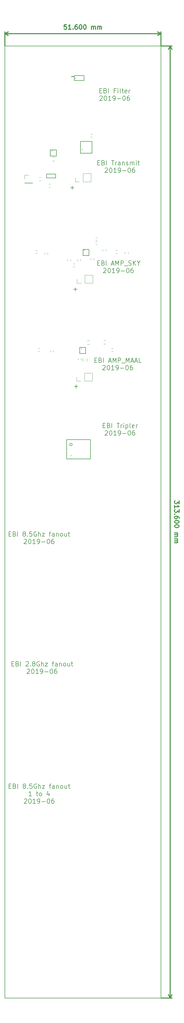
<source format=gto>
G04 #@! TF.GenerationSoftware,KiCad,Pcbnew,(5.0.1)-4*
G04 #@! TF.CreationDate,2019-06-26T10:02:50-07:00*
G04 #@! TF.ProjectId,Mixed_circuit,4D697865645F636972637569742E6B69,rev?*
G04 #@! TF.SameCoordinates,Original*
G04 #@! TF.FileFunction,Legend,Top*
G04 #@! TF.FilePolarity,Positive*
%FSLAX46Y46*%
G04 Gerber Fmt 4.6, Leading zero omitted, Abs format (unit mm)*
G04 Created by KiCad (PCBNEW (5.0.1)-4) date 6/26/2019 10:02:50 AM*
%MOMM*%
%LPD*%
G01*
G04 APERTURE LIST*
%ADD10C,0.300000*%
%ADD11C,0.200000*%
%ADD12C,0.150000*%
%ADD13C,0.120000*%
%ADD14C,0.050000*%
G04 APERTURE END LIST*
D10*
X74271428Y-171500000D02*
X74271428Y-172428571D01*
X73700000Y-171928571D01*
X73700000Y-172142857D01*
X73628571Y-172285714D01*
X73557142Y-172357142D01*
X73414285Y-172428571D01*
X73057142Y-172428571D01*
X72914285Y-172357142D01*
X72842857Y-172285714D01*
X72771428Y-172142857D01*
X72771428Y-171714285D01*
X72842857Y-171571428D01*
X72914285Y-171500000D01*
X72771428Y-173857142D02*
X72771428Y-173000000D01*
X72771428Y-173428571D02*
X74271428Y-173428571D01*
X74057142Y-173285714D01*
X73914285Y-173142857D01*
X73842857Y-173000000D01*
X74271428Y-174357142D02*
X74271428Y-175285714D01*
X73700000Y-174785714D01*
X73700000Y-175000000D01*
X73628571Y-175142857D01*
X73557142Y-175214285D01*
X73414285Y-175285714D01*
X73057142Y-175285714D01*
X72914285Y-175214285D01*
X72842857Y-175142857D01*
X72771428Y-175000000D01*
X72771428Y-174571428D01*
X72842857Y-174428571D01*
X72914285Y-174357142D01*
X72914285Y-175928571D02*
X72842857Y-176000000D01*
X72771428Y-175928571D01*
X72842857Y-175857142D01*
X72914285Y-175928571D01*
X72771428Y-175928571D01*
X74271428Y-177285714D02*
X74271428Y-177000000D01*
X74200000Y-176857142D01*
X74128571Y-176785714D01*
X73914285Y-176642857D01*
X73628571Y-176571428D01*
X73057142Y-176571428D01*
X72914285Y-176642857D01*
X72842857Y-176714285D01*
X72771428Y-176857142D01*
X72771428Y-177142857D01*
X72842857Y-177285714D01*
X72914285Y-177357142D01*
X73057142Y-177428571D01*
X73414285Y-177428571D01*
X73557142Y-177357142D01*
X73628571Y-177285714D01*
X73700000Y-177142857D01*
X73700000Y-176857142D01*
X73628571Y-176714285D01*
X73557142Y-176642857D01*
X73414285Y-176571428D01*
X74271428Y-178357142D02*
X74271428Y-178500000D01*
X74200000Y-178642857D01*
X74128571Y-178714285D01*
X73985714Y-178785714D01*
X73700000Y-178857142D01*
X73342857Y-178857142D01*
X73057142Y-178785714D01*
X72914285Y-178714285D01*
X72842857Y-178642857D01*
X72771428Y-178500000D01*
X72771428Y-178357142D01*
X72842857Y-178214285D01*
X72914285Y-178142857D01*
X73057142Y-178071428D01*
X73342857Y-178000000D01*
X73700000Y-178000000D01*
X73985714Y-178071428D01*
X74128571Y-178142857D01*
X74200000Y-178214285D01*
X74271428Y-178357142D01*
X74271428Y-179785714D02*
X74271428Y-179928571D01*
X74200000Y-180071428D01*
X74128571Y-180142857D01*
X73985714Y-180214285D01*
X73700000Y-180285714D01*
X73342857Y-180285714D01*
X73057142Y-180214285D01*
X72914285Y-180142857D01*
X72842857Y-180071428D01*
X72771428Y-179928571D01*
X72771428Y-179785714D01*
X72842857Y-179642857D01*
X72914285Y-179571428D01*
X73057142Y-179500000D01*
X73342857Y-179428571D01*
X73700000Y-179428571D01*
X73985714Y-179500000D01*
X74128571Y-179571428D01*
X74200000Y-179642857D01*
X74271428Y-179785714D01*
X72771428Y-182071428D02*
X73771428Y-182071428D01*
X73628571Y-182071428D02*
X73700000Y-182142857D01*
X73771428Y-182285714D01*
X73771428Y-182500000D01*
X73700000Y-182642857D01*
X73557142Y-182714285D01*
X72771428Y-182714285D01*
X73557142Y-182714285D02*
X73700000Y-182785714D01*
X73771428Y-182928571D01*
X73771428Y-183142857D01*
X73700000Y-183285714D01*
X73557142Y-183357142D01*
X72771428Y-183357142D01*
X72771428Y-184071428D02*
X73771428Y-184071428D01*
X73628571Y-184071428D02*
X73700000Y-184142857D01*
X73771428Y-184285714D01*
X73771428Y-184500000D01*
X73700000Y-184642857D01*
X73557142Y-184714285D01*
X72771428Y-184714285D01*
X73557142Y-184714285D02*
X73700000Y-184785714D01*
X73771428Y-184928571D01*
X73771428Y-185142857D01*
X73700000Y-185285714D01*
X73557142Y-185357142D01*
X72771428Y-185357142D01*
X71350000Y-21700000D02*
X71350000Y-335300000D01*
X68350000Y-21700000D02*
X71936421Y-21700000D01*
X68350000Y-335300000D02*
X71936421Y-335300000D01*
X71350000Y-335300000D02*
X70763579Y-334173496D01*
X71350000Y-335300000D02*
X71936421Y-334173496D01*
X71350000Y-21700000D02*
X70763579Y-22826504D01*
X71350000Y-21700000D02*
X71936421Y-22826504D01*
X37071428Y-14728571D02*
X36357142Y-14728571D01*
X36285714Y-15442857D01*
X36357142Y-15371428D01*
X36500000Y-15300000D01*
X36857142Y-15300000D01*
X37000000Y-15371428D01*
X37071428Y-15442857D01*
X37142857Y-15585714D01*
X37142857Y-15942857D01*
X37071428Y-16085714D01*
X37000000Y-16157142D01*
X36857142Y-16228571D01*
X36500000Y-16228571D01*
X36357142Y-16157142D01*
X36285714Y-16085714D01*
X38571428Y-16228571D02*
X37714285Y-16228571D01*
X38142857Y-16228571D02*
X38142857Y-14728571D01*
X38000000Y-14942857D01*
X37857142Y-15085714D01*
X37714285Y-15157142D01*
X39214285Y-16085714D02*
X39285714Y-16157142D01*
X39214285Y-16228571D01*
X39142857Y-16157142D01*
X39214285Y-16085714D01*
X39214285Y-16228571D01*
X40571428Y-14728571D02*
X40285714Y-14728571D01*
X40142857Y-14800000D01*
X40071428Y-14871428D01*
X39928571Y-15085714D01*
X39857142Y-15371428D01*
X39857142Y-15942857D01*
X39928571Y-16085714D01*
X40000000Y-16157142D01*
X40142857Y-16228571D01*
X40428571Y-16228571D01*
X40571428Y-16157142D01*
X40642857Y-16085714D01*
X40714285Y-15942857D01*
X40714285Y-15585714D01*
X40642857Y-15442857D01*
X40571428Y-15371428D01*
X40428571Y-15300000D01*
X40142857Y-15300000D01*
X40000000Y-15371428D01*
X39928571Y-15442857D01*
X39857142Y-15585714D01*
X41642857Y-14728571D02*
X41785714Y-14728571D01*
X41928571Y-14800000D01*
X42000000Y-14871428D01*
X42071428Y-15014285D01*
X42142857Y-15300000D01*
X42142857Y-15657142D01*
X42071428Y-15942857D01*
X42000000Y-16085714D01*
X41928571Y-16157142D01*
X41785714Y-16228571D01*
X41642857Y-16228571D01*
X41500000Y-16157142D01*
X41428571Y-16085714D01*
X41357142Y-15942857D01*
X41285714Y-15657142D01*
X41285714Y-15300000D01*
X41357142Y-15014285D01*
X41428571Y-14871428D01*
X41500000Y-14800000D01*
X41642857Y-14728571D01*
X43071428Y-14728571D02*
X43214285Y-14728571D01*
X43357142Y-14800000D01*
X43428571Y-14871428D01*
X43500000Y-15014285D01*
X43571428Y-15300000D01*
X43571428Y-15657142D01*
X43500000Y-15942857D01*
X43428571Y-16085714D01*
X43357142Y-16157142D01*
X43214285Y-16228571D01*
X43071428Y-16228571D01*
X42928571Y-16157142D01*
X42857142Y-16085714D01*
X42785714Y-15942857D01*
X42714285Y-15657142D01*
X42714285Y-15300000D01*
X42785714Y-15014285D01*
X42857142Y-14871428D01*
X42928571Y-14800000D01*
X43071428Y-14728571D01*
X45357142Y-16228571D02*
X45357142Y-15228571D01*
X45357142Y-15371428D02*
X45428571Y-15300000D01*
X45571428Y-15228571D01*
X45785714Y-15228571D01*
X45928571Y-15300000D01*
X46000000Y-15442857D01*
X46000000Y-16228571D01*
X46000000Y-15442857D02*
X46071428Y-15300000D01*
X46214285Y-15228571D01*
X46428571Y-15228571D01*
X46571428Y-15300000D01*
X46642857Y-15442857D01*
X46642857Y-16228571D01*
X47357142Y-16228571D02*
X47357142Y-15228571D01*
X47357142Y-15371428D02*
X47428571Y-15300000D01*
X47571428Y-15228571D01*
X47785714Y-15228571D01*
X47928571Y-15300000D01*
X48000000Y-15442857D01*
X48000000Y-16228571D01*
X48000000Y-15442857D02*
X48071428Y-15300000D01*
X48214285Y-15228571D01*
X48428571Y-15228571D01*
X48571428Y-15300000D01*
X48642857Y-15442857D01*
X48642857Y-16228571D01*
X16700000Y-17650000D02*
X68300000Y-17650000D01*
X16700000Y-21650000D02*
X16700000Y-17063579D01*
X68300000Y-21650000D02*
X68300000Y-17063579D01*
X68300000Y-17650000D02*
X67173496Y-18236421D01*
X68300000Y-17650000D02*
X67173496Y-17063579D01*
X16700000Y-17650000D02*
X17826504Y-18236421D01*
X16700000Y-17650000D02*
X17826504Y-17063579D01*
D11*
X39678571Y-133857142D02*
X40821428Y-133857142D01*
X40250000Y-134428571D02*
X40250000Y-133285714D01*
X39428571Y-101857142D02*
X40571428Y-101857142D01*
X40000000Y-102428571D02*
X40000000Y-101285714D01*
X38428571Y-68357142D02*
X39571428Y-68357142D01*
X39000000Y-68928571D02*
X39000000Y-67785714D01*
X46428571Y-125167857D02*
X46928571Y-125167857D01*
X47142857Y-125953571D02*
X46428571Y-125953571D01*
X46428571Y-124453571D01*
X47142857Y-124453571D01*
X48285714Y-125167857D02*
X48499999Y-125239285D01*
X48571428Y-125310714D01*
X48642857Y-125453571D01*
X48642857Y-125667857D01*
X48571428Y-125810714D01*
X48499999Y-125882142D01*
X48357142Y-125953571D01*
X47785714Y-125953571D01*
X47785714Y-124453571D01*
X48285714Y-124453571D01*
X48428571Y-124525000D01*
X48499999Y-124596428D01*
X48571428Y-124739285D01*
X48571428Y-124882142D01*
X48499999Y-125025000D01*
X48428571Y-125096428D01*
X48285714Y-125167857D01*
X47785714Y-125167857D01*
X49285714Y-125953571D02*
X49285714Y-124453571D01*
X51071428Y-125525000D02*
X51785714Y-125525000D01*
X50928571Y-125953571D02*
X51428571Y-124453571D01*
X51928571Y-125953571D01*
X52428571Y-125953571D02*
X52428571Y-124453571D01*
X52928571Y-125525000D01*
X53428571Y-124453571D01*
X53428571Y-125953571D01*
X54142857Y-125953571D02*
X54142857Y-124453571D01*
X54714285Y-124453571D01*
X54857142Y-124525000D01*
X54928571Y-124596428D01*
X54999999Y-124739285D01*
X54999999Y-124953571D01*
X54928571Y-125096428D01*
X54857142Y-125167857D01*
X54714285Y-125239285D01*
X54142857Y-125239285D01*
X55285714Y-126096428D02*
X56428571Y-126096428D01*
X56785714Y-125953571D02*
X56785714Y-124453571D01*
X57285714Y-125525000D01*
X57785714Y-124453571D01*
X57785714Y-125953571D01*
X58428571Y-125525000D02*
X59142857Y-125525000D01*
X58285714Y-125953571D02*
X58785714Y-124453571D01*
X59285714Y-125953571D01*
X59714285Y-125525000D02*
X60428571Y-125525000D01*
X59571428Y-125953571D02*
X60071428Y-124453571D01*
X60571428Y-125953571D01*
X61785714Y-125953571D02*
X61071428Y-125953571D01*
X61071428Y-124453571D01*
X49071428Y-127046428D02*
X49142857Y-126975000D01*
X49285714Y-126903571D01*
X49642857Y-126903571D01*
X49785714Y-126975000D01*
X49857142Y-127046428D01*
X49928571Y-127189285D01*
X49928571Y-127332142D01*
X49857142Y-127546428D01*
X49000000Y-128403571D01*
X49928571Y-128403571D01*
X50857142Y-126903571D02*
X51000000Y-126903571D01*
X51142857Y-126975000D01*
X51214285Y-127046428D01*
X51285714Y-127189285D01*
X51357142Y-127475000D01*
X51357142Y-127832142D01*
X51285714Y-128117857D01*
X51214285Y-128260714D01*
X51142857Y-128332142D01*
X51000000Y-128403571D01*
X50857142Y-128403571D01*
X50714285Y-128332142D01*
X50642857Y-128260714D01*
X50571428Y-128117857D01*
X50500000Y-127832142D01*
X50500000Y-127475000D01*
X50571428Y-127189285D01*
X50642857Y-127046428D01*
X50714285Y-126975000D01*
X50857142Y-126903571D01*
X52785714Y-128403571D02*
X51928571Y-128403571D01*
X52357142Y-128403571D02*
X52357142Y-126903571D01*
X52214285Y-127117857D01*
X52071428Y-127260714D01*
X51928571Y-127332142D01*
X53500000Y-128403571D02*
X53785714Y-128403571D01*
X53928571Y-128332142D01*
X54000000Y-128260714D01*
X54142857Y-128046428D01*
X54214285Y-127760714D01*
X54214285Y-127189285D01*
X54142857Y-127046428D01*
X54071428Y-126975000D01*
X53928571Y-126903571D01*
X53642857Y-126903571D01*
X53500000Y-126975000D01*
X53428571Y-127046428D01*
X53357142Y-127189285D01*
X53357142Y-127546428D01*
X53428571Y-127689285D01*
X53500000Y-127760714D01*
X53642857Y-127832142D01*
X53928571Y-127832142D01*
X54071428Y-127760714D01*
X54142857Y-127689285D01*
X54214285Y-127546428D01*
X54857142Y-127832142D02*
X56000000Y-127832142D01*
X57000000Y-126903571D02*
X57142857Y-126903571D01*
X57285714Y-126975000D01*
X57357142Y-127046428D01*
X57428571Y-127189285D01*
X57500000Y-127475000D01*
X57500000Y-127832142D01*
X57428571Y-128117857D01*
X57357142Y-128260714D01*
X57285714Y-128332142D01*
X57142857Y-128403571D01*
X57000000Y-128403571D01*
X56857142Y-128332142D01*
X56785714Y-128260714D01*
X56714285Y-128117857D01*
X56642857Y-127832142D01*
X56642857Y-127475000D01*
X56714285Y-127189285D01*
X56785714Y-127046428D01*
X56857142Y-126975000D01*
X57000000Y-126903571D01*
X58785714Y-126903571D02*
X58500000Y-126903571D01*
X58357142Y-126975000D01*
X58285714Y-127046428D01*
X58142857Y-127260714D01*
X58071428Y-127546428D01*
X58071428Y-128117857D01*
X58142857Y-128260714D01*
X58214285Y-128332142D01*
X58357142Y-128403571D01*
X58642857Y-128403571D01*
X58785714Y-128332142D01*
X58857142Y-128260714D01*
X58928571Y-128117857D01*
X58928571Y-127760714D01*
X58857142Y-127617857D01*
X58785714Y-127546428D01*
X58642857Y-127475000D01*
X58357142Y-127475000D01*
X58214285Y-127546428D01*
X58142857Y-127617857D01*
X58071428Y-127760714D01*
X68300000Y-21700000D02*
X16700000Y-21700000D01*
X68300000Y-335300000D02*
X68300000Y-21700000D01*
X16700000Y-335300000D02*
X68300000Y-335300000D01*
X16700000Y-21700000D02*
X16700000Y-335300000D01*
X18085714Y-265442857D02*
X18585714Y-265442857D01*
X18799999Y-266228571D02*
X18085714Y-266228571D01*
X18085714Y-264728571D01*
X18799999Y-264728571D01*
X19942857Y-265442857D02*
X20157142Y-265514285D01*
X20228571Y-265585714D01*
X20299999Y-265728571D01*
X20299999Y-265942857D01*
X20228571Y-266085714D01*
X20157142Y-266157142D01*
X20014285Y-266228571D01*
X19442857Y-266228571D01*
X19442857Y-264728571D01*
X19942857Y-264728571D01*
X20085714Y-264800000D01*
X20157142Y-264871428D01*
X20228571Y-265014285D01*
X20228571Y-265157142D01*
X20157142Y-265300000D01*
X20085714Y-265371428D01*
X19942857Y-265442857D01*
X19442857Y-265442857D01*
X20942857Y-266228571D02*
X20942857Y-264728571D01*
X23014285Y-265371428D02*
X22871428Y-265300000D01*
X22799999Y-265228571D01*
X22728571Y-265085714D01*
X22728571Y-265014285D01*
X22799999Y-264871428D01*
X22871428Y-264800000D01*
X23014285Y-264728571D01*
X23299999Y-264728571D01*
X23442857Y-264800000D01*
X23514285Y-264871428D01*
X23585714Y-265014285D01*
X23585714Y-265085714D01*
X23514285Y-265228571D01*
X23442857Y-265300000D01*
X23299999Y-265371428D01*
X23014285Y-265371428D01*
X22871428Y-265442857D01*
X22799999Y-265514285D01*
X22728571Y-265657142D01*
X22728571Y-265942857D01*
X22799999Y-266085714D01*
X22871428Y-266157142D01*
X23014285Y-266228571D01*
X23299999Y-266228571D01*
X23442857Y-266157142D01*
X23514285Y-266085714D01*
X23585714Y-265942857D01*
X23585714Y-265657142D01*
X23514285Y-265514285D01*
X23442857Y-265442857D01*
X23299999Y-265371428D01*
X24228571Y-266085714D02*
X24299999Y-266157142D01*
X24228571Y-266228571D01*
X24157142Y-266157142D01*
X24228571Y-266085714D01*
X24228571Y-266228571D01*
X25657142Y-264728571D02*
X24942857Y-264728571D01*
X24871428Y-265442857D01*
X24942857Y-265371428D01*
X25085714Y-265300000D01*
X25442857Y-265300000D01*
X25585714Y-265371428D01*
X25657142Y-265442857D01*
X25728571Y-265585714D01*
X25728571Y-265942857D01*
X25657142Y-266085714D01*
X25585714Y-266157142D01*
X25442857Y-266228571D01*
X25085714Y-266228571D01*
X24942857Y-266157142D01*
X24871428Y-266085714D01*
X27157142Y-264800000D02*
X27014285Y-264728571D01*
X26799999Y-264728571D01*
X26585714Y-264800000D01*
X26442857Y-264942857D01*
X26371428Y-265085714D01*
X26299999Y-265371428D01*
X26299999Y-265585714D01*
X26371428Y-265871428D01*
X26442857Y-266014285D01*
X26585714Y-266157142D01*
X26799999Y-266228571D01*
X26942857Y-266228571D01*
X27157142Y-266157142D01*
X27228571Y-266085714D01*
X27228571Y-265585714D01*
X26942857Y-265585714D01*
X27871428Y-266228571D02*
X27871428Y-264728571D01*
X28514285Y-266228571D02*
X28514285Y-265442857D01*
X28442857Y-265300000D01*
X28299999Y-265228571D01*
X28085714Y-265228571D01*
X27942857Y-265300000D01*
X27871428Y-265371428D01*
X29085714Y-265228571D02*
X29871428Y-265228571D01*
X29085714Y-266228571D01*
X29871428Y-266228571D01*
X31371428Y-265228571D02*
X31942857Y-265228571D01*
X31585714Y-266228571D02*
X31585714Y-264942857D01*
X31657142Y-264800000D01*
X31799999Y-264728571D01*
X31942857Y-264728571D01*
X33085714Y-266228571D02*
X33085714Y-265442857D01*
X33014285Y-265300000D01*
X32871428Y-265228571D01*
X32585714Y-265228571D01*
X32442857Y-265300000D01*
X33085714Y-266157142D02*
X32942857Y-266228571D01*
X32585714Y-266228571D01*
X32442857Y-266157142D01*
X32371428Y-266014285D01*
X32371428Y-265871428D01*
X32442857Y-265728571D01*
X32585714Y-265657142D01*
X32942857Y-265657142D01*
X33085714Y-265585714D01*
X33799999Y-265228571D02*
X33799999Y-266228571D01*
X33799999Y-265371428D02*
X33871428Y-265300000D01*
X34014285Y-265228571D01*
X34228571Y-265228571D01*
X34371428Y-265300000D01*
X34442857Y-265442857D01*
X34442857Y-266228571D01*
X35371428Y-266228571D02*
X35228571Y-266157142D01*
X35157142Y-266085714D01*
X35085714Y-265942857D01*
X35085714Y-265514285D01*
X35157142Y-265371428D01*
X35228571Y-265300000D01*
X35371428Y-265228571D01*
X35585714Y-265228571D01*
X35728571Y-265300000D01*
X35799999Y-265371428D01*
X35871428Y-265514285D01*
X35871428Y-265942857D01*
X35799999Y-266085714D01*
X35728571Y-266157142D01*
X35585714Y-266228571D01*
X35371428Y-266228571D01*
X37157142Y-265228571D02*
X37157142Y-266228571D01*
X36514285Y-265228571D02*
X36514285Y-266014285D01*
X36585714Y-266157142D01*
X36728571Y-266228571D01*
X36942857Y-266228571D01*
X37085714Y-266157142D01*
X37157142Y-266085714D01*
X37657142Y-265228571D02*
X38228571Y-265228571D01*
X37871428Y-264728571D02*
X37871428Y-266014285D01*
X37942857Y-266157142D01*
X38085714Y-266228571D01*
X38228571Y-266228571D01*
X25514285Y-268678571D02*
X24657142Y-268678571D01*
X25085714Y-268678571D02*
X25085714Y-267178571D01*
X24942857Y-267392857D01*
X24800000Y-267535714D01*
X24657142Y-267607142D01*
X27085714Y-267678571D02*
X27657142Y-267678571D01*
X27300000Y-267178571D02*
X27300000Y-268464285D01*
X27371428Y-268607142D01*
X27514285Y-268678571D01*
X27657142Y-268678571D01*
X28371428Y-268678571D02*
X28228571Y-268607142D01*
X28157142Y-268535714D01*
X28085714Y-268392857D01*
X28085714Y-267964285D01*
X28157142Y-267821428D01*
X28228571Y-267750000D01*
X28371428Y-267678571D01*
X28585714Y-267678571D01*
X28728571Y-267750000D01*
X28800000Y-267821428D01*
X28871428Y-267964285D01*
X28871428Y-268392857D01*
X28800000Y-268535714D01*
X28728571Y-268607142D01*
X28585714Y-268678571D01*
X28371428Y-268678571D01*
X31300000Y-267678571D02*
X31300000Y-268678571D01*
X30942857Y-267107142D02*
X30585714Y-268178571D01*
X31514285Y-268178571D01*
X23121428Y-269771428D02*
X23192857Y-269700000D01*
X23335714Y-269628571D01*
X23692857Y-269628571D01*
X23835714Y-269700000D01*
X23907142Y-269771428D01*
X23978571Y-269914285D01*
X23978571Y-270057142D01*
X23907142Y-270271428D01*
X23049999Y-271128571D01*
X23978571Y-271128571D01*
X24907142Y-269628571D02*
X25049999Y-269628571D01*
X25192857Y-269700000D01*
X25264285Y-269771428D01*
X25335714Y-269914285D01*
X25407142Y-270200000D01*
X25407142Y-270557142D01*
X25335714Y-270842857D01*
X25264285Y-270985714D01*
X25192857Y-271057142D01*
X25049999Y-271128571D01*
X24907142Y-271128571D01*
X24764285Y-271057142D01*
X24692857Y-270985714D01*
X24621428Y-270842857D01*
X24549999Y-270557142D01*
X24549999Y-270200000D01*
X24621428Y-269914285D01*
X24692857Y-269771428D01*
X24764285Y-269700000D01*
X24907142Y-269628571D01*
X26835714Y-271128571D02*
X25978571Y-271128571D01*
X26407142Y-271128571D02*
X26407142Y-269628571D01*
X26264285Y-269842857D01*
X26121428Y-269985714D01*
X25978571Y-270057142D01*
X27549999Y-271128571D02*
X27835714Y-271128571D01*
X27978571Y-271057142D01*
X28050000Y-270985714D01*
X28192857Y-270771428D01*
X28264285Y-270485714D01*
X28264285Y-269914285D01*
X28192857Y-269771428D01*
X28121428Y-269700000D01*
X27978571Y-269628571D01*
X27692857Y-269628571D01*
X27549999Y-269700000D01*
X27478571Y-269771428D01*
X27407142Y-269914285D01*
X27407142Y-270271428D01*
X27478571Y-270414285D01*
X27549999Y-270485714D01*
X27692857Y-270557142D01*
X27978571Y-270557142D01*
X28121428Y-270485714D01*
X28192857Y-270414285D01*
X28264285Y-270271428D01*
X28907142Y-270557142D02*
X30049999Y-270557142D01*
X31049999Y-269628571D02*
X31192857Y-269628571D01*
X31335714Y-269700000D01*
X31407142Y-269771428D01*
X31478571Y-269914285D01*
X31549999Y-270200000D01*
X31549999Y-270557142D01*
X31478571Y-270842857D01*
X31407142Y-270985714D01*
X31335714Y-271057142D01*
X31192857Y-271128571D01*
X31049999Y-271128571D01*
X30907142Y-271057142D01*
X30835714Y-270985714D01*
X30764285Y-270842857D01*
X30692857Y-270557142D01*
X30692857Y-270200000D01*
X30764285Y-269914285D01*
X30835714Y-269771428D01*
X30907142Y-269700000D01*
X31049999Y-269628571D01*
X32835714Y-269628571D02*
X32550000Y-269628571D01*
X32407142Y-269700000D01*
X32335714Y-269771428D01*
X32192857Y-269985714D01*
X32121428Y-270271428D01*
X32121428Y-270842857D01*
X32192857Y-270985714D01*
X32264285Y-271057142D01*
X32407142Y-271128571D01*
X32692857Y-271128571D01*
X32835714Y-271057142D01*
X32907142Y-270985714D01*
X32978571Y-270842857D01*
X32978571Y-270485714D01*
X32907142Y-270342857D01*
X32835714Y-270271428D01*
X32692857Y-270200000D01*
X32407142Y-270200000D01*
X32264285Y-270271428D01*
X32192857Y-270342857D01*
X32121428Y-270485714D01*
X19035714Y-225167857D02*
X19535714Y-225167857D01*
X19749999Y-225953571D02*
X19035714Y-225953571D01*
X19035714Y-224453571D01*
X19749999Y-224453571D01*
X20892857Y-225167857D02*
X21107142Y-225239285D01*
X21178571Y-225310714D01*
X21249999Y-225453571D01*
X21249999Y-225667857D01*
X21178571Y-225810714D01*
X21107142Y-225882142D01*
X20964285Y-225953571D01*
X20392857Y-225953571D01*
X20392857Y-224453571D01*
X20892857Y-224453571D01*
X21035714Y-224525000D01*
X21107142Y-224596428D01*
X21178571Y-224739285D01*
X21178571Y-224882142D01*
X21107142Y-225025000D01*
X21035714Y-225096428D01*
X20892857Y-225167857D01*
X20392857Y-225167857D01*
X21892857Y-225953571D02*
X21892857Y-224453571D01*
X23678571Y-224596428D02*
X23749999Y-224525000D01*
X23892857Y-224453571D01*
X24249999Y-224453571D01*
X24392857Y-224525000D01*
X24464285Y-224596428D01*
X24535714Y-224739285D01*
X24535714Y-224882142D01*
X24464285Y-225096428D01*
X23607142Y-225953571D01*
X24535714Y-225953571D01*
X25178571Y-225810714D02*
X25249999Y-225882142D01*
X25178571Y-225953571D01*
X25107142Y-225882142D01*
X25178571Y-225810714D01*
X25178571Y-225953571D01*
X26107142Y-225096428D02*
X25964285Y-225025000D01*
X25892857Y-224953571D01*
X25821428Y-224810714D01*
X25821428Y-224739285D01*
X25892857Y-224596428D01*
X25964285Y-224525000D01*
X26107142Y-224453571D01*
X26392857Y-224453571D01*
X26535714Y-224525000D01*
X26607142Y-224596428D01*
X26678571Y-224739285D01*
X26678571Y-224810714D01*
X26607142Y-224953571D01*
X26535714Y-225025000D01*
X26392857Y-225096428D01*
X26107142Y-225096428D01*
X25964285Y-225167857D01*
X25892857Y-225239285D01*
X25821428Y-225382142D01*
X25821428Y-225667857D01*
X25892857Y-225810714D01*
X25964285Y-225882142D01*
X26107142Y-225953571D01*
X26392857Y-225953571D01*
X26535714Y-225882142D01*
X26607142Y-225810714D01*
X26678571Y-225667857D01*
X26678571Y-225382142D01*
X26607142Y-225239285D01*
X26535714Y-225167857D01*
X26392857Y-225096428D01*
X28107142Y-224525000D02*
X27964285Y-224453571D01*
X27749999Y-224453571D01*
X27535714Y-224525000D01*
X27392857Y-224667857D01*
X27321428Y-224810714D01*
X27249999Y-225096428D01*
X27249999Y-225310714D01*
X27321428Y-225596428D01*
X27392857Y-225739285D01*
X27535714Y-225882142D01*
X27749999Y-225953571D01*
X27892857Y-225953571D01*
X28107142Y-225882142D01*
X28178571Y-225810714D01*
X28178571Y-225310714D01*
X27892857Y-225310714D01*
X28821428Y-225953571D02*
X28821428Y-224453571D01*
X29464285Y-225953571D02*
X29464285Y-225167857D01*
X29392857Y-225025000D01*
X29249999Y-224953571D01*
X29035714Y-224953571D01*
X28892857Y-225025000D01*
X28821428Y-225096428D01*
X30035714Y-224953571D02*
X30821428Y-224953571D01*
X30035714Y-225953571D01*
X30821428Y-225953571D01*
X32321428Y-224953571D02*
X32892857Y-224953571D01*
X32535714Y-225953571D02*
X32535714Y-224667857D01*
X32607142Y-224525000D01*
X32749999Y-224453571D01*
X32892857Y-224453571D01*
X34035714Y-225953571D02*
X34035714Y-225167857D01*
X33964285Y-225025000D01*
X33821428Y-224953571D01*
X33535714Y-224953571D01*
X33392857Y-225025000D01*
X34035714Y-225882142D02*
X33892857Y-225953571D01*
X33535714Y-225953571D01*
X33392857Y-225882142D01*
X33321428Y-225739285D01*
X33321428Y-225596428D01*
X33392857Y-225453571D01*
X33535714Y-225382142D01*
X33892857Y-225382142D01*
X34035714Y-225310714D01*
X34749999Y-224953571D02*
X34749999Y-225953571D01*
X34749999Y-225096428D02*
X34821428Y-225025000D01*
X34964285Y-224953571D01*
X35178571Y-224953571D01*
X35321428Y-225025000D01*
X35392857Y-225167857D01*
X35392857Y-225953571D01*
X36321428Y-225953571D02*
X36178571Y-225882142D01*
X36107142Y-225810714D01*
X36035714Y-225667857D01*
X36035714Y-225239285D01*
X36107142Y-225096428D01*
X36178571Y-225025000D01*
X36321428Y-224953571D01*
X36535714Y-224953571D01*
X36678571Y-225025000D01*
X36749999Y-225096428D01*
X36821428Y-225239285D01*
X36821428Y-225667857D01*
X36749999Y-225810714D01*
X36678571Y-225882142D01*
X36535714Y-225953571D01*
X36321428Y-225953571D01*
X38107142Y-224953571D02*
X38107142Y-225953571D01*
X37464285Y-224953571D02*
X37464285Y-225739285D01*
X37535714Y-225882142D01*
X37678571Y-225953571D01*
X37892857Y-225953571D01*
X38035714Y-225882142D01*
X38107142Y-225810714D01*
X38607142Y-224953571D02*
X39178571Y-224953571D01*
X38821428Y-224453571D02*
X38821428Y-225739285D01*
X38892857Y-225882142D01*
X39035714Y-225953571D01*
X39178571Y-225953571D01*
X24071428Y-227046428D02*
X24142857Y-226975000D01*
X24285714Y-226903571D01*
X24642857Y-226903571D01*
X24785714Y-226975000D01*
X24857142Y-227046428D01*
X24928571Y-227189285D01*
X24928571Y-227332142D01*
X24857142Y-227546428D01*
X23999999Y-228403571D01*
X24928571Y-228403571D01*
X25857142Y-226903571D02*
X25999999Y-226903571D01*
X26142857Y-226975000D01*
X26214285Y-227046428D01*
X26285714Y-227189285D01*
X26357142Y-227475000D01*
X26357142Y-227832142D01*
X26285714Y-228117857D01*
X26214285Y-228260714D01*
X26142857Y-228332142D01*
X25999999Y-228403571D01*
X25857142Y-228403571D01*
X25714285Y-228332142D01*
X25642857Y-228260714D01*
X25571428Y-228117857D01*
X25499999Y-227832142D01*
X25499999Y-227475000D01*
X25571428Y-227189285D01*
X25642857Y-227046428D01*
X25714285Y-226975000D01*
X25857142Y-226903571D01*
X27785714Y-228403571D02*
X26928571Y-228403571D01*
X27357142Y-228403571D02*
X27357142Y-226903571D01*
X27214285Y-227117857D01*
X27071428Y-227260714D01*
X26928571Y-227332142D01*
X28499999Y-228403571D02*
X28785714Y-228403571D01*
X28928571Y-228332142D01*
X29000000Y-228260714D01*
X29142857Y-228046428D01*
X29214285Y-227760714D01*
X29214285Y-227189285D01*
X29142857Y-227046428D01*
X29071428Y-226975000D01*
X28928571Y-226903571D01*
X28642857Y-226903571D01*
X28499999Y-226975000D01*
X28428571Y-227046428D01*
X28357142Y-227189285D01*
X28357142Y-227546428D01*
X28428571Y-227689285D01*
X28499999Y-227760714D01*
X28642857Y-227832142D01*
X28928571Y-227832142D01*
X29071428Y-227760714D01*
X29142857Y-227689285D01*
X29214285Y-227546428D01*
X29857142Y-227832142D02*
X30999999Y-227832142D01*
X31999999Y-226903571D02*
X32142857Y-226903571D01*
X32285714Y-226975000D01*
X32357142Y-227046428D01*
X32428571Y-227189285D01*
X32499999Y-227475000D01*
X32499999Y-227832142D01*
X32428571Y-228117857D01*
X32357142Y-228260714D01*
X32285714Y-228332142D01*
X32142857Y-228403571D01*
X31999999Y-228403571D01*
X31857142Y-228332142D01*
X31785714Y-228260714D01*
X31714285Y-228117857D01*
X31642857Y-227832142D01*
X31642857Y-227475000D01*
X31714285Y-227189285D01*
X31785714Y-227046428D01*
X31857142Y-226975000D01*
X31999999Y-226903571D01*
X33785714Y-226903571D02*
X33500000Y-226903571D01*
X33357142Y-226975000D01*
X33285714Y-227046428D01*
X33142857Y-227260714D01*
X33071428Y-227546428D01*
X33071428Y-228117857D01*
X33142857Y-228260714D01*
X33214285Y-228332142D01*
X33357142Y-228403571D01*
X33642857Y-228403571D01*
X33785714Y-228332142D01*
X33857142Y-228260714D01*
X33928571Y-228117857D01*
X33928571Y-227760714D01*
X33857142Y-227617857D01*
X33785714Y-227546428D01*
X33642857Y-227475000D01*
X33357142Y-227475000D01*
X33214285Y-227546428D01*
X33142857Y-227617857D01*
X33071428Y-227760714D01*
X18035714Y-182417857D02*
X18535714Y-182417857D01*
X18749999Y-183203571D02*
X18035714Y-183203571D01*
X18035714Y-181703571D01*
X18749999Y-181703571D01*
X19892857Y-182417857D02*
X20107142Y-182489285D01*
X20178571Y-182560714D01*
X20249999Y-182703571D01*
X20249999Y-182917857D01*
X20178571Y-183060714D01*
X20107142Y-183132142D01*
X19964285Y-183203571D01*
X19392857Y-183203571D01*
X19392857Y-181703571D01*
X19892857Y-181703571D01*
X20035714Y-181775000D01*
X20107142Y-181846428D01*
X20178571Y-181989285D01*
X20178571Y-182132142D01*
X20107142Y-182275000D01*
X20035714Y-182346428D01*
X19892857Y-182417857D01*
X19392857Y-182417857D01*
X20892857Y-183203571D02*
X20892857Y-181703571D01*
X22964285Y-182346428D02*
X22821428Y-182275000D01*
X22749999Y-182203571D01*
X22678571Y-182060714D01*
X22678571Y-181989285D01*
X22749999Y-181846428D01*
X22821428Y-181775000D01*
X22964285Y-181703571D01*
X23249999Y-181703571D01*
X23392857Y-181775000D01*
X23464285Y-181846428D01*
X23535714Y-181989285D01*
X23535714Y-182060714D01*
X23464285Y-182203571D01*
X23392857Y-182275000D01*
X23249999Y-182346428D01*
X22964285Y-182346428D01*
X22821428Y-182417857D01*
X22749999Y-182489285D01*
X22678571Y-182632142D01*
X22678571Y-182917857D01*
X22749999Y-183060714D01*
X22821428Y-183132142D01*
X22964285Y-183203571D01*
X23249999Y-183203571D01*
X23392857Y-183132142D01*
X23464285Y-183060714D01*
X23535714Y-182917857D01*
X23535714Y-182632142D01*
X23464285Y-182489285D01*
X23392857Y-182417857D01*
X23249999Y-182346428D01*
X24178571Y-183060714D02*
X24249999Y-183132142D01*
X24178571Y-183203571D01*
X24107142Y-183132142D01*
X24178571Y-183060714D01*
X24178571Y-183203571D01*
X25607142Y-181703571D02*
X24892857Y-181703571D01*
X24821428Y-182417857D01*
X24892857Y-182346428D01*
X25035714Y-182275000D01*
X25392857Y-182275000D01*
X25535714Y-182346428D01*
X25607142Y-182417857D01*
X25678571Y-182560714D01*
X25678571Y-182917857D01*
X25607142Y-183060714D01*
X25535714Y-183132142D01*
X25392857Y-183203571D01*
X25035714Y-183203571D01*
X24892857Y-183132142D01*
X24821428Y-183060714D01*
X27107142Y-181775000D02*
X26964285Y-181703571D01*
X26749999Y-181703571D01*
X26535714Y-181775000D01*
X26392857Y-181917857D01*
X26321428Y-182060714D01*
X26249999Y-182346428D01*
X26249999Y-182560714D01*
X26321428Y-182846428D01*
X26392857Y-182989285D01*
X26535714Y-183132142D01*
X26749999Y-183203571D01*
X26892857Y-183203571D01*
X27107142Y-183132142D01*
X27178571Y-183060714D01*
X27178571Y-182560714D01*
X26892857Y-182560714D01*
X27821428Y-183203571D02*
X27821428Y-181703571D01*
X28464285Y-183203571D02*
X28464285Y-182417857D01*
X28392857Y-182275000D01*
X28249999Y-182203571D01*
X28035714Y-182203571D01*
X27892857Y-182275000D01*
X27821428Y-182346428D01*
X29035714Y-182203571D02*
X29821428Y-182203571D01*
X29035714Y-183203571D01*
X29821428Y-183203571D01*
X31321428Y-182203571D02*
X31892857Y-182203571D01*
X31535714Y-183203571D02*
X31535714Y-181917857D01*
X31607142Y-181775000D01*
X31749999Y-181703571D01*
X31892857Y-181703571D01*
X33035714Y-183203571D02*
X33035714Y-182417857D01*
X32964285Y-182275000D01*
X32821428Y-182203571D01*
X32535714Y-182203571D01*
X32392857Y-182275000D01*
X33035714Y-183132142D02*
X32892857Y-183203571D01*
X32535714Y-183203571D01*
X32392857Y-183132142D01*
X32321428Y-182989285D01*
X32321428Y-182846428D01*
X32392857Y-182703571D01*
X32535714Y-182632142D01*
X32892857Y-182632142D01*
X33035714Y-182560714D01*
X33749999Y-182203571D02*
X33749999Y-183203571D01*
X33749999Y-182346428D02*
X33821428Y-182275000D01*
X33964285Y-182203571D01*
X34178571Y-182203571D01*
X34321428Y-182275000D01*
X34392857Y-182417857D01*
X34392857Y-183203571D01*
X35321428Y-183203571D02*
X35178571Y-183132142D01*
X35107142Y-183060714D01*
X35035714Y-182917857D01*
X35035714Y-182489285D01*
X35107142Y-182346428D01*
X35178571Y-182275000D01*
X35321428Y-182203571D01*
X35535714Y-182203571D01*
X35678571Y-182275000D01*
X35749999Y-182346428D01*
X35821428Y-182489285D01*
X35821428Y-182917857D01*
X35749999Y-183060714D01*
X35678571Y-183132142D01*
X35535714Y-183203571D01*
X35321428Y-183203571D01*
X37107142Y-182203571D02*
X37107142Y-183203571D01*
X36464285Y-182203571D02*
X36464285Y-182989285D01*
X36535714Y-183132142D01*
X36678571Y-183203571D01*
X36892857Y-183203571D01*
X37035714Y-183132142D01*
X37107142Y-183060714D01*
X37607142Y-182203571D02*
X38178571Y-182203571D01*
X37821428Y-181703571D02*
X37821428Y-182989285D01*
X37892857Y-183132142D01*
X38035714Y-183203571D01*
X38178571Y-183203571D01*
X23071428Y-184296428D02*
X23142857Y-184225000D01*
X23285714Y-184153571D01*
X23642857Y-184153571D01*
X23785714Y-184225000D01*
X23857142Y-184296428D01*
X23928571Y-184439285D01*
X23928571Y-184582142D01*
X23857142Y-184796428D01*
X22999999Y-185653571D01*
X23928571Y-185653571D01*
X24857142Y-184153571D02*
X24999999Y-184153571D01*
X25142857Y-184225000D01*
X25214285Y-184296428D01*
X25285714Y-184439285D01*
X25357142Y-184725000D01*
X25357142Y-185082142D01*
X25285714Y-185367857D01*
X25214285Y-185510714D01*
X25142857Y-185582142D01*
X24999999Y-185653571D01*
X24857142Y-185653571D01*
X24714285Y-185582142D01*
X24642857Y-185510714D01*
X24571428Y-185367857D01*
X24499999Y-185082142D01*
X24499999Y-184725000D01*
X24571428Y-184439285D01*
X24642857Y-184296428D01*
X24714285Y-184225000D01*
X24857142Y-184153571D01*
X26785714Y-185653571D02*
X25928571Y-185653571D01*
X26357142Y-185653571D02*
X26357142Y-184153571D01*
X26214285Y-184367857D01*
X26071428Y-184510714D01*
X25928571Y-184582142D01*
X27499999Y-185653571D02*
X27785714Y-185653571D01*
X27928571Y-185582142D01*
X28000000Y-185510714D01*
X28142857Y-185296428D01*
X28214285Y-185010714D01*
X28214285Y-184439285D01*
X28142857Y-184296428D01*
X28071428Y-184225000D01*
X27928571Y-184153571D01*
X27642857Y-184153571D01*
X27499999Y-184225000D01*
X27428571Y-184296428D01*
X27357142Y-184439285D01*
X27357142Y-184796428D01*
X27428571Y-184939285D01*
X27499999Y-185010714D01*
X27642857Y-185082142D01*
X27928571Y-185082142D01*
X28071428Y-185010714D01*
X28142857Y-184939285D01*
X28214285Y-184796428D01*
X28857142Y-185082142D02*
X29999999Y-185082142D01*
X30999999Y-184153571D02*
X31142857Y-184153571D01*
X31285714Y-184225000D01*
X31357142Y-184296428D01*
X31428571Y-184439285D01*
X31499999Y-184725000D01*
X31499999Y-185082142D01*
X31428571Y-185367857D01*
X31357142Y-185510714D01*
X31285714Y-185582142D01*
X31142857Y-185653571D01*
X30999999Y-185653571D01*
X30857142Y-185582142D01*
X30785714Y-185510714D01*
X30714285Y-185367857D01*
X30642857Y-185082142D01*
X30642857Y-184725000D01*
X30714285Y-184439285D01*
X30785714Y-184296428D01*
X30857142Y-184225000D01*
X30999999Y-184153571D01*
X32785714Y-184153571D02*
X32500000Y-184153571D01*
X32357142Y-184225000D01*
X32285714Y-184296428D01*
X32142857Y-184510714D01*
X32071428Y-184796428D01*
X32071428Y-185367857D01*
X32142857Y-185510714D01*
X32214285Y-185582142D01*
X32357142Y-185653571D01*
X32642857Y-185653571D01*
X32785714Y-185582142D01*
X32857142Y-185510714D01*
X32928571Y-185367857D01*
X32928571Y-185010714D01*
X32857142Y-184867857D01*
X32785714Y-184796428D01*
X32642857Y-184725000D01*
X32357142Y-184725000D01*
X32214285Y-184796428D01*
X32142857Y-184867857D01*
X32071428Y-185010714D01*
X48071428Y-36417857D02*
X48571428Y-36417857D01*
X48785714Y-37203571D02*
X48071428Y-37203571D01*
X48071428Y-35703571D01*
X48785714Y-35703571D01*
X49928571Y-36417857D02*
X50142857Y-36489285D01*
X50214285Y-36560714D01*
X50285714Y-36703571D01*
X50285714Y-36917857D01*
X50214285Y-37060714D01*
X50142857Y-37132142D01*
X50000000Y-37203571D01*
X49428571Y-37203571D01*
X49428571Y-35703571D01*
X49928571Y-35703571D01*
X50071428Y-35775000D01*
X50142857Y-35846428D01*
X50214285Y-35989285D01*
X50214285Y-36132142D01*
X50142857Y-36275000D01*
X50071428Y-36346428D01*
X49928571Y-36417857D01*
X49428571Y-36417857D01*
X50928571Y-37203571D02*
X50928571Y-35703571D01*
X53285714Y-36417857D02*
X52785714Y-36417857D01*
X52785714Y-37203571D02*
X52785714Y-35703571D01*
X53500000Y-35703571D01*
X54071428Y-37203571D02*
X54071428Y-36203571D01*
X54071428Y-35703571D02*
X54000000Y-35775000D01*
X54071428Y-35846428D01*
X54142857Y-35775000D01*
X54071428Y-35703571D01*
X54071428Y-35846428D01*
X55000000Y-37203571D02*
X54857142Y-37132142D01*
X54785714Y-36989285D01*
X54785714Y-35703571D01*
X55357142Y-36203571D02*
X55928571Y-36203571D01*
X55571428Y-35703571D02*
X55571428Y-36989285D01*
X55642857Y-37132142D01*
X55785714Y-37203571D01*
X55928571Y-37203571D01*
X57000000Y-37132142D02*
X56857142Y-37203571D01*
X56571428Y-37203571D01*
X56428571Y-37132142D01*
X56357142Y-36989285D01*
X56357142Y-36417857D01*
X56428571Y-36275000D01*
X56571428Y-36203571D01*
X56857142Y-36203571D01*
X57000000Y-36275000D01*
X57071428Y-36417857D01*
X57071428Y-36560714D01*
X56357142Y-36703571D01*
X57714285Y-37203571D02*
X57714285Y-36203571D01*
X57714285Y-36489285D02*
X57785714Y-36346428D01*
X57857142Y-36275000D01*
X58000000Y-36203571D01*
X58142857Y-36203571D01*
X48071428Y-38296428D02*
X48142857Y-38225000D01*
X48285714Y-38153571D01*
X48642857Y-38153571D01*
X48785714Y-38225000D01*
X48857142Y-38296428D01*
X48928571Y-38439285D01*
X48928571Y-38582142D01*
X48857142Y-38796428D01*
X48000000Y-39653571D01*
X48928571Y-39653571D01*
X49857142Y-38153571D02*
X50000000Y-38153571D01*
X50142857Y-38225000D01*
X50214285Y-38296428D01*
X50285714Y-38439285D01*
X50357142Y-38725000D01*
X50357142Y-39082142D01*
X50285714Y-39367857D01*
X50214285Y-39510714D01*
X50142857Y-39582142D01*
X50000000Y-39653571D01*
X49857142Y-39653571D01*
X49714285Y-39582142D01*
X49642857Y-39510714D01*
X49571428Y-39367857D01*
X49500000Y-39082142D01*
X49500000Y-38725000D01*
X49571428Y-38439285D01*
X49642857Y-38296428D01*
X49714285Y-38225000D01*
X49857142Y-38153571D01*
X51785714Y-39653571D02*
X50928571Y-39653571D01*
X51357142Y-39653571D02*
X51357142Y-38153571D01*
X51214285Y-38367857D01*
X51071428Y-38510714D01*
X50928571Y-38582142D01*
X52500000Y-39653571D02*
X52785714Y-39653571D01*
X52928571Y-39582142D01*
X53000000Y-39510714D01*
X53142857Y-39296428D01*
X53214285Y-39010714D01*
X53214285Y-38439285D01*
X53142857Y-38296428D01*
X53071428Y-38225000D01*
X52928571Y-38153571D01*
X52642857Y-38153571D01*
X52500000Y-38225000D01*
X52428571Y-38296428D01*
X52357142Y-38439285D01*
X52357142Y-38796428D01*
X52428571Y-38939285D01*
X52500000Y-39010714D01*
X52642857Y-39082142D01*
X52928571Y-39082142D01*
X53071428Y-39010714D01*
X53142857Y-38939285D01*
X53214285Y-38796428D01*
X53857142Y-39082142D02*
X55000000Y-39082142D01*
X56000000Y-38153571D02*
X56142857Y-38153571D01*
X56285714Y-38225000D01*
X56357142Y-38296428D01*
X56428571Y-38439285D01*
X56500000Y-38725000D01*
X56500000Y-39082142D01*
X56428571Y-39367857D01*
X56357142Y-39510714D01*
X56285714Y-39582142D01*
X56142857Y-39653571D01*
X56000000Y-39653571D01*
X55857142Y-39582142D01*
X55785714Y-39510714D01*
X55714285Y-39367857D01*
X55642857Y-39082142D01*
X55642857Y-38725000D01*
X55714285Y-38439285D01*
X55785714Y-38296428D01*
X55857142Y-38225000D01*
X56000000Y-38153571D01*
X57785714Y-38153571D02*
X57500000Y-38153571D01*
X57357142Y-38225000D01*
X57285714Y-38296428D01*
X57142857Y-38510714D01*
X57071428Y-38796428D01*
X57071428Y-39367857D01*
X57142857Y-39510714D01*
X57214285Y-39582142D01*
X57357142Y-39653571D01*
X57642857Y-39653571D01*
X57785714Y-39582142D01*
X57857142Y-39510714D01*
X57928571Y-39367857D01*
X57928571Y-39010714D01*
X57857142Y-38867857D01*
X57785714Y-38796428D01*
X57642857Y-38725000D01*
X57357142Y-38725000D01*
X57214285Y-38796428D01*
X57142857Y-38867857D01*
X57071428Y-39010714D01*
X49178571Y-146667857D02*
X49678571Y-146667857D01*
X49892857Y-147453571D02*
X49178571Y-147453571D01*
X49178571Y-145953571D01*
X49892857Y-145953571D01*
X51035714Y-146667857D02*
X51249999Y-146739285D01*
X51321428Y-146810714D01*
X51392857Y-146953571D01*
X51392857Y-147167857D01*
X51321428Y-147310714D01*
X51249999Y-147382142D01*
X51107142Y-147453571D01*
X50535714Y-147453571D01*
X50535714Y-145953571D01*
X51035714Y-145953571D01*
X51178571Y-146025000D01*
X51249999Y-146096428D01*
X51321428Y-146239285D01*
X51321428Y-146382142D01*
X51249999Y-146525000D01*
X51178571Y-146596428D01*
X51035714Y-146667857D01*
X50535714Y-146667857D01*
X52035714Y-147453571D02*
X52035714Y-145953571D01*
X53678571Y-145953571D02*
X54535714Y-145953571D01*
X54107142Y-147453571D02*
X54107142Y-145953571D01*
X55035714Y-147453571D02*
X55035714Y-146453571D01*
X55035714Y-146739285D02*
X55107142Y-146596428D01*
X55178571Y-146525000D01*
X55321428Y-146453571D01*
X55464285Y-146453571D01*
X55964285Y-147453571D02*
X55964285Y-146453571D01*
X55964285Y-145953571D02*
X55892857Y-146025000D01*
X55964285Y-146096428D01*
X56035714Y-146025000D01*
X55964285Y-145953571D01*
X55964285Y-146096428D01*
X56678571Y-146453571D02*
X56678571Y-147953571D01*
X56678571Y-146525000D02*
X56821428Y-146453571D01*
X57107142Y-146453571D01*
X57250000Y-146525000D01*
X57321428Y-146596428D01*
X57392857Y-146739285D01*
X57392857Y-147167857D01*
X57321428Y-147310714D01*
X57250000Y-147382142D01*
X57107142Y-147453571D01*
X56821428Y-147453571D01*
X56678571Y-147382142D01*
X58249999Y-147453571D02*
X58107142Y-147382142D01*
X58035714Y-147239285D01*
X58035714Y-145953571D01*
X59392857Y-147382142D02*
X59249999Y-147453571D01*
X58964285Y-147453571D01*
X58821428Y-147382142D01*
X58749999Y-147239285D01*
X58749999Y-146667857D01*
X58821428Y-146525000D01*
X58964285Y-146453571D01*
X59249999Y-146453571D01*
X59392857Y-146525000D01*
X59464285Y-146667857D01*
X59464285Y-146810714D01*
X58749999Y-146953571D01*
X60107142Y-147453571D02*
X60107142Y-146453571D01*
X60107142Y-146739285D02*
X60178571Y-146596428D01*
X60249999Y-146525000D01*
X60392857Y-146453571D01*
X60535714Y-146453571D01*
X49821428Y-148546428D02*
X49892857Y-148475000D01*
X50035714Y-148403571D01*
X50392857Y-148403571D01*
X50535714Y-148475000D01*
X50607142Y-148546428D01*
X50678571Y-148689285D01*
X50678571Y-148832142D01*
X50607142Y-149046428D01*
X49750000Y-149903571D01*
X50678571Y-149903571D01*
X51607142Y-148403571D02*
X51750000Y-148403571D01*
X51892857Y-148475000D01*
X51964285Y-148546428D01*
X52035714Y-148689285D01*
X52107142Y-148975000D01*
X52107142Y-149332142D01*
X52035714Y-149617857D01*
X51964285Y-149760714D01*
X51892857Y-149832142D01*
X51750000Y-149903571D01*
X51607142Y-149903571D01*
X51464285Y-149832142D01*
X51392857Y-149760714D01*
X51321428Y-149617857D01*
X51250000Y-149332142D01*
X51250000Y-148975000D01*
X51321428Y-148689285D01*
X51392857Y-148546428D01*
X51464285Y-148475000D01*
X51607142Y-148403571D01*
X53535714Y-149903571D02*
X52678571Y-149903571D01*
X53107142Y-149903571D02*
X53107142Y-148403571D01*
X52964285Y-148617857D01*
X52821428Y-148760714D01*
X52678571Y-148832142D01*
X54250000Y-149903571D02*
X54535714Y-149903571D01*
X54678571Y-149832142D01*
X54750000Y-149760714D01*
X54892857Y-149546428D01*
X54964285Y-149260714D01*
X54964285Y-148689285D01*
X54892857Y-148546428D01*
X54821428Y-148475000D01*
X54678571Y-148403571D01*
X54392857Y-148403571D01*
X54250000Y-148475000D01*
X54178571Y-148546428D01*
X54107142Y-148689285D01*
X54107142Y-149046428D01*
X54178571Y-149189285D01*
X54250000Y-149260714D01*
X54392857Y-149332142D01*
X54678571Y-149332142D01*
X54821428Y-149260714D01*
X54892857Y-149189285D01*
X54964285Y-149046428D01*
X55607142Y-149332142D02*
X56750000Y-149332142D01*
X57750000Y-148403571D02*
X57892857Y-148403571D01*
X58035714Y-148475000D01*
X58107142Y-148546428D01*
X58178571Y-148689285D01*
X58250000Y-148975000D01*
X58250000Y-149332142D01*
X58178571Y-149617857D01*
X58107142Y-149760714D01*
X58035714Y-149832142D01*
X57892857Y-149903571D01*
X57750000Y-149903571D01*
X57607142Y-149832142D01*
X57535714Y-149760714D01*
X57464285Y-149617857D01*
X57392857Y-149332142D01*
X57392857Y-148975000D01*
X57464285Y-148689285D01*
X57535714Y-148546428D01*
X57607142Y-148475000D01*
X57750000Y-148403571D01*
X59535714Y-148403571D02*
X59250000Y-148403571D01*
X59107142Y-148475000D01*
X59035714Y-148546428D01*
X58892857Y-148760714D01*
X58821428Y-149046428D01*
X58821428Y-149617857D01*
X58892857Y-149760714D01*
X58964285Y-149832142D01*
X59107142Y-149903571D01*
X59392857Y-149903571D01*
X59535714Y-149832142D01*
X59607142Y-149760714D01*
X59678571Y-149617857D01*
X59678571Y-149260714D01*
X59607142Y-149117857D01*
X59535714Y-149046428D01*
X59392857Y-148975000D01*
X59107142Y-148975000D01*
X58964285Y-149046428D01*
X58892857Y-149117857D01*
X58821428Y-149260714D01*
X47321428Y-93167857D02*
X47821428Y-93167857D01*
X48035714Y-93953571D02*
X47321428Y-93953571D01*
X47321428Y-92453571D01*
X48035714Y-92453571D01*
X49178571Y-93167857D02*
X49392857Y-93239285D01*
X49464285Y-93310714D01*
X49535714Y-93453571D01*
X49535714Y-93667857D01*
X49464285Y-93810714D01*
X49392857Y-93882142D01*
X49250000Y-93953571D01*
X48678571Y-93953571D01*
X48678571Y-92453571D01*
X49178571Y-92453571D01*
X49321428Y-92525000D01*
X49392857Y-92596428D01*
X49464285Y-92739285D01*
X49464285Y-92882142D01*
X49392857Y-93025000D01*
X49321428Y-93096428D01*
X49178571Y-93167857D01*
X48678571Y-93167857D01*
X50178571Y-93953571D02*
X50178571Y-92453571D01*
X51964285Y-93525000D02*
X52678571Y-93525000D01*
X51821428Y-93953571D02*
X52321428Y-92453571D01*
X52821428Y-93953571D01*
X53321428Y-93953571D02*
X53321428Y-92453571D01*
X53821428Y-93525000D01*
X54321428Y-92453571D01*
X54321428Y-93953571D01*
X55035714Y-93953571D02*
X55035714Y-92453571D01*
X55607142Y-92453571D01*
X55750000Y-92525000D01*
X55821428Y-92596428D01*
X55892857Y-92739285D01*
X55892857Y-92953571D01*
X55821428Y-93096428D01*
X55750000Y-93167857D01*
X55607142Y-93239285D01*
X55035714Y-93239285D01*
X56178571Y-94096428D02*
X57321428Y-94096428D01*
X57607142Y-93882142D02*
X57821428Y-93953571D01*
X58178571Y-93953571D01*
X58321428Y-93882142D01*
X58392857Y-93810714D01*
X58464285Y-93667857D01*
X58464285Y-93525000D01*
X58392857Y-93382142D01*
X58321428Y-93310714D01*
X58178571Y-93239285D01*
X57892857Y-93167857D01*
X57750000Y-93096428D01*
X57678571Y-93025000D01*
X57607142Y-92882142D01*
X57607142Y-92739285D01*
X57678571Y-92596428D01*
X57750000Y-92525000D01*
X57892857Y-92453571D01*
X58250000Y-92453571D01*
X58464285Y-92525000D01*
X59107142Y-93953571D02*
X59107142Y-92453571D01*
X59964285Y-93953571D02*
X59321428Y-93096428D01*
X59964285Y-92453571D02*
X59107142Y-93310714D01*
X60892857Y-93239285D02*
X60892857Y-93953571D01*
X60392857Y-92453571D02*
X60892857Y-93239285D01*
X61392857Y-92453571D01*
X49321428Y-95046428D02*
X49392857Y-94975000D01*
X49535714Y-94903571D01*
X49892857Y-94903571D01*
X50035714Y-94975000D01*
X50107142Y-95046428D01*
X50178571Y-95189285D01*
X50178571Y-95332142D01*
X50107142Y-95546428D01*
X49250000Y-96403571D01*
X50178571Y-96403571D01*
X51107142Y-94903571D02*
X51250000Y-94903571D01*
X51392857Y-94975000D01*
X51464285Y-95046428D01*
X51535714Y-95189285D01*
X51607142Y-95475000D01*
X51607142Y-95832142D01*
X51535714Y-96117857D01*
X51464285Y-96260714D01*
X51392857Y-96332142D01*
X51250000Y-96403571D01*
X51107142Y-96403571D01*
X50964285Y-96332142D01*
X50892857Y-96260714D01*
X50821428Y-96117857D01*
X50750000Y-95832142D01*
X50750000Y-95475000D01*
X50821428Y-95189285D01*
X50892857Y-95046428D01*
X50964285Y-94975000D01*
X51107142Y-94903571D01*
X53035714Y-96403571D02*
X52178571Y-96403571D01*
X52607142Y-96403571D02*
X52607142Y-94903571D01*
X52464285Y-95117857D01*
X52321428Y-95260714D01*
X52178571Y-95332142D01*
X53750000Y-96403571D02*
X54035714Y-96403571D01*
X54178571Y-96332142D01*
X54250000Y-96260714D01*
X54392857Y-96046428D01*
X54464285Y-95760714D01*
X54464285Y-95189285D01*
X54392857Y-95046428D01*
X54321428Y-94975000D01*
X54178571Y-94903571D01*
X53892857Y-94903571D01*
X53750000Y-94975000D01*
X53678571Y-95046428D01*
X53607142Y-95189285D01*
X53607142Y-95546428D01*
X53678571Y-95689285D01*
X53750000Y-95760714D01*
X53892857Y-95832142D01*
X54178571Y-95832142D01*
X54321428Y-95760714D01*
X54392857Y-95689285D01*
X54464285Y-95546428D01*
X55107142Y-95832142D02*
X56250000Y-95832142D01*
X57250000Y-94903571D02*
X57392857Y-94903571D01*
X57535714Y-94975000D01*
X57607142Y-95046428D01*
X57678571Y-95189285D01*
X57750000Y-95475000D01*
X57750000Y-95832142D01*
X57678571Y-96117857D01*
X57607142Y-96260714D01*
X57535714Y-96332142D01*
X57392857Y-96403571D01*
X57250000Y-96403571D01*
X57107142Y-96332142D01*
X57035714Y-96260714D01*
X56964285Y-96117857D01*
X56892857Y-95832142D01*
X56892857Y-95475000D01*
X56964285Y-95189285D01*
X57035714Y-95046428D01*
X57107142Y-94975000D01*
X57250000Y-94903571D01*
X59035714Y-94903571D02*
X58750000Y-94903571D01*
X58607142Y-94975000D01*
X58535714Y-95046428D01*
X58392857Y-95260714D01*
X58321428Y-95546428D01*
X58321428Y-96117857D01*
X58392857Y-96260714D01*
X58464285Y-96332142D01*
X58607142Y-96403571D01*
X58892857Y-96403571D01*
X59035714Y-96332142D01*
X59107142Y-96260714D01*
X59178571Y-96117857D01*
X59178571Y-95760714D01*
X59107142Y-95617857D01*
X59035714Y-95546428D01*
X58892857Y-95475000D01*
X58607142Y-95475000D01*
X58464285Y-95546428D01*
X58392857Y-95617857D01*
X58321428Y-95760714D01*
X47392857Y-60167857D02*
X47892857Y-60167857D01*
X48107142Y-60953571D02*
X47392857Y-60953571D01*
X47392857Y-59453571D01*
X48107142Y-59453571D01*
X49250000Y-60167857D02*
X49464285Y-60239285D01*
X49535714Y-60310714D01*
X49607142Y-60453571D01*
X49607142Y-60667857D01*
X49535714Y-60810714D01*
X49464285Y-60882142D01*
X49321428Y-60953571D01*
X48750000Y-60953571D01*
X48750000Y-59453571D01*
X49250000Y-59453571D01*
X49392857Y-59525000D01*
X49464285Y-59596428D01*
X49535714Y-59739285D01*
X49535714Y-59882142D01*
X49464285Y-60025000D01*
X49392857Y-60096428D01*
X49250000Y-60167857D01*
X48750000Y-60167857D01*
X50250000Y-60953571D02*
X50250000Y-59453571D01*
X51892857Y-59453571D02*
X52750000Y-59453571D01*
X52321428Y-60953571D02*
X52321428Y-59453571D01*
X53250000Y-60953571D02*
X53250000Y-59953571D01*
X53250000Y-60239285D02*
X53321428Y-60096428D01*
X53392857Y-60025000D01*
X53535714Y-59953571D01*
X53678571Y-59953571D01*
X54821428Y-60953571D02*
X54821428Y-60167857D01*
X54750000Y-60025000D01*
X54607142Y-59953571D01*
X54321428Y-59953571D01*
X54178571Y-60025000D01*
X54821428Y-60882142D02*
X54678571Y-60953571D01*
X54321428Y-60953571D01*
X54178571Y-60882142D01*
X54107142Y-60739285D01*
X54107142Y-60596428D01*
X54178571Y-60453571D01*
X54321428Y-60382142D01*
X54678571Y-60382142D01*
X54821428Y-60310714D01*
X55535714Y-59953571D02*
X55535714Y-60953571D01*
X55535714Y-60096428D02*
X55607142Y-60025000D01*
X55750000Y-59953571D01*
X55964285Y-59953571D01*
X56107142Y-60025000D01*
X56178571Y-60167857D01*
X56178571Y-60953571D01*
X56821428Y-60882142D02*
X56964285Y-60953571D01*
X57250000Y-60953571D01*
X57392857Y-60882142D01*
X57464285Y-60739285D01*
X57464285Y-60667857D01*
X57392857Y-60525000D01*
X57250000Y-60453571D01*
X57035714Y-60453571D01*
X56892857Y-60382142D01*
X56821428Y-60239285D01*
X56821428Y-60167857D01*
X56892857Y-60025000D01*
X57035714Y-59953571D01*
X57250000Y-59953571D01*
X57392857Y-60025000D01*
X58107142Y-60953571D02*
X58107142Y-59953571D01*
X58107142Y-60096428D02*
X58178571Y-60025000D01*
X58321428Y-59953571D01*
X58535714Y-59953571D01*
X58678571Y-60025000D01*
X58750000Y-60167857D01*
X58750000Y-60953571D01*
X58750000Y-60167857D02*
X58821428Y-60025000D01*
X58964285Y-59953571D01*
X59178571Y-59953571D01*
X59321428Y-60025000D01*
X59392857Y-60167857D01*
X59392857Y-60953571D01*
X60107142Y-60953571D02*
X60107142Y-59953571D01*
X60107142Y-59453571D02*
X60035714Y-59525000D01*
X60107142Y-59596428D01*
X60178571Y-59525000D01*
X60107142Y-59453571D01*
X60107142Y-59596428D01*
X60607142Y-59953571D02*
X61178571Y-59953571D01*
X60821428Y-59453571D02*
X60821428Y-60739285D01*
X60892857Y-60882142D01*
X61035714Y-60953571D01*
X61178571Y-60953571D01*
X49821428Y-62046428D02*
X49892857Y-61975000D01*
X50035714Y-61903571D01*
X50392857Y-61903571D01*
X50535714Y-61975000D01*
X50607142Y-62046428D01*
X50678571Y-62189285D01*
X50678571Y-62332142D01*
X50607142Y-62546428D01*
X49750000Y-63403571D01*
X50678571Y-63403571D01*
X51607142Y-61903571D02*
X51750000Y-61903571D01*
X51892857Y-61975000D01*
X51964285Y-62046428D01*
X52035714Y-62189285D01*
X52107142Y-62475000D01*
X52107142Y-62832142D01*
X52035714Y-63117857D01*
X51964285Y-63260714D01*
X51892857Y-63332142D01*
X51750000Y-63403571D01*
X51607142Y-63403571D01*
X51464285Y-63332142D01*
X51392857Y-63260714D01*
X51321428Y-63117857D01*
X51250000Y-62832142D01*
X51250000Y-62475000D01*
X51321428Y-62189285D01*
X51392857Y-62046428D01*
X51464285Y-61975000D01*
X51607142Y-61903571D01*
X53535714Y-63403571D02*
X52678571Y-63403571D01*
X53107142Y-63403571D02*
X53107142Y-61903571D01*
X52964285Y-62117857D01*
X52821428Y-62260714D01*
X52678571Y-62332142D01*
X54250000Y-63403571D02*
X54535714Y-63403571D01*
X54678571Y-63332142D01*
X54750000Y-63260714D01*
X54892857Y-63046428D01*
X54964285Y-62760714D01*
X54964285Y-62189285D01*
X54892857Y-62046428D01*
X54821428Y-61975000D01*
X54678571Y-61903571D01*
X54392857Y-61903571D01*
X54250000Y-61975000D01*
X54178571Y-62046428D01*
X54107142Y-62189285D01*
X54107142Y-62546428D01*
X54178571Y-62689285D01*
X54250000Y-62760714D01*
X54392857Y-62832142D01*
X54678571Y-62832142D01*
X54821428Y-62760714D01*
X54892857Y-62689285D01*
X54964285Y-62546428D01*
X55607142Y-62832142D02*
X56750000Y-62832142D01*
X57750000Y-61903571D02*
X57892857Y-61903571D01*
X58035714Y-61975000D01*
X58107142Y-62046428D01*
X58178571Y-62189285D01*
X58250000Y-62475000D01*
X58250000Y-62832142D01*
X58178571Y-63117857D01*
X58107142Y-63260714D01*
X58035714Y-63332142D01*
X57892857Y-63403571D01*
X57750000Y-63403571D01*
X57607142Y-63332142D01*
X57535714Y-63260714D01*
X57464285Y-63117857D01*
X57392857Y-62832142D01*
X57392857Y-62475000D01*
X57464285Y-62189285D01*
X57535714Y-62046428D01*
X57607142Y-61975000D01*
X57750000Y-61903571D01*
X59535714Y-61903571D02*
X59250000Y-61903571D01*
X59107142Y-61975000D01*
X59035714Y-62046428D01*
X58892857Y-62260714D01*
X58821428Y-62546428D01*
X58821428Y-63117857D01*
X58892857Y-63260714D01*
X58964285Y-63332142D01*
X59107142Y-63403571D01*
X59392857Y-63403571D01*
X59535714Y-63332142D01*
X59607142Y-63260714D01*
X59678571Y-63117857D01*
X59678571Y-62760714D01*
X59607142Y-62617857D01*
X59535714Y-62546428D01*
X59392857Y-62475000D01*
X59107142Y-62475000D01*
X58964285Y-62546428D01*
X58892857Y-62617857D01*
X58821428Y-62760714D01*
D12*
G04 #@! TO.C,U3*
X32357082Y-56260000D02*
G75*
G03X32357082Y-56260000I-67082J0D01*
G01*
X33700000Y-55950000D02*
X31700000Y-55950000D01*
X33700000Y-57950000D02*
X33700000Y-55950000D01*
X31700000Y-57950000D02*
X33700000Y-57950000D01*
X31700000Y-55950000D02*
X31700000Y-57950000D01*
G04 #@! TO.C,U4*
X42962195Y-88950000D02*
G75*
G03X42962195Y-88950000I-92195J0D01*
G01*
X44500000Y-88750000D02*
X42500000Y-88750000D01*
X44500000Y-90750000D02*
X44500000Y-88750000D01*
X42500000Y-90750000D02*
X44500000Y-90750000D01*
X42500000Y-88750000D02*
X42500000Y-90750000D01*
D13*
G04 #@! TO.C,C1*
X27350000Y-89030000D02*
X26850000Y-89030000D01*
X26850000Y-89970000D02*
X27350000Y-89970000D01*
G04 #@! TO.C,C2*
X27650000Y-122220000D02*
X28150000Y-122220000D01*
X28150000Y-121280000D02*
X27650000Y-121280000D01*
G04 #@! TO.C,C3*
X29920000Y-89790000D02*
X29920000Y-90290000D01*
X30860000Y-90290000D02*
X30860000Y-89790000D01*
G04 #@! TO.C,C4*
X32770000Y-122500000D02*
X32770000Y-122000000D01*
X31830000Y-122000000D02*
X31830000Y-122500000D01*
G04 #@! TO.C,C5*
X40780000Y-92000000D02*
X40780000Y-92500000D01*
X41720000Y-92500000D02*
X41720000Y-92000000D01*
G04 #@! TO.C,C6*
X39200000Y-94430000D02*
X39700000Y-94430000D01*
X39700000Y-93490000D02*
X39200000Y-93490000D01*
G04 #@! TO.C,C7*
X32440000Y-58350000D02*
X33140000Y-58350000D01*
X33140000Y-59550000D02*
X32440000Y-59550000D01*
G04 #@! TO.C,C8*
X51900000Y-122220000D02*
X52400000Y-122220000D01*
X52400000Y-121280000D02*
X51900000Y-121280000D01*
G04 #@! TO.C,C9*
X46050000Y-92190000D02*
X46050000Y-91690000D01*
X45110000Y-91690000D02*
X45110000Y-92190000D01*
G04 #@! TO.C,C10*
X41840000Y-125080000D02*
X41840000Y-124580000D01*
X40900000Y-124580000D02*
X40900000Y-125080000D01*
G04 #@! TO.C,C11*
X50010000Y-119860000D02*
X49310000Y-119860000D01*
X49310000Y-118660000D02*
X50010000Y-118660000D01*
G04 #@! TO.C,C12*
X44610000Y-119940000D02*
X43910000Y-119940000D01*
X43910000Y-118740000D02*
X44610000Y-118740000D01*
G04 #@! TO.C,C14*
X46700000Y-85670000D02*
X47200000Y-85670000D01*
X47200000Y-84730000D02*
X46700000Y-84730000D01*
G04 #@! TO.C,C15*
X46700000Y-87070000D02*
X47200000Y-87070000D01*
X47200000Y-86130000D02*
X46700000Y-86130000D01*
G04 #@! TO.C,C16*
X53350000Y-89950000D02*
X53850000Y-89950000D01*
X53850000Y-89010000D02*
X53350000Y-89010000D01*
G04 #@! TO.C,C17*
X45100000Y-51720000D02*
X45600000Y-51720000D01*
X45600000Y-50780000D02*
X45100000Y-50780000D01*
G04 #@! TO.C,J1*
X23220000Y-66880000D02*
X25880000Y-66880000D01*
X23220000Y-66820000D02*
X23220000Y-66880000D01*
X25880000Y-66820000D02*
X25880000Y-66880000D01*
X23220000Y-66820000D02*
X25880000Y-66820000D01*
X23220000Y-65550000D02*
X23220000Y-64220000D01*
X23220000Y-64220000D02*
X24550000Y-64220000D01*
G04 #@! TO.C,J2*
X45170000Y-66430000D02*
X45170000Y-63770000D01*
X42570000Y-66430000D02*
X45170000Y-66430000D01*
X42570000Y-63770000D02*
X45170000Y-63770000D01*
X42570000Y-66430000D02*
X42570000Y-63770000D01*
X41300000Y-66430000D02*
X39970000Y-66430000D01*
X39970000Y-66430000D02*
X39970000Y-65100000D01*
G04 #@! TO.C,J3*
X40410000Y-132100000D02*
X40410000Y-130770000D01*
X41740000Y-132100000D02*
X40410000Y-132100000D01*
X43010000Y-132100000D02*
X43010000Y-129440000D01*
X43010000Y-129440000D02*
X45610000Y-129440000D01*
X43010000Y-132100000D02*
X45610000Y-132100000D01*
X45610000Y-132100000D02*
X45610000Y-129440000D01*
G04 #@! TO.C,J4*
X45720000Y-99830000D02*
X45720000Y-97170000D01*
X43120000Y-99830000D02*
X45720000Y-99830000D01*
X43120000Y-97170000D02*
X45720000Y-97170000D01*
X43120000Y-99830000D02*
X43120000Y-97170000D01*
X41850000Y-99830000D02*
X40520000Y-99830000D01*
X40520000Y-99830000D02*
X40520000Y-98500000D01*
G04 #@! TO.C,R1*
X28550000Y-65020000D02*
X28050000Y-65020000D01*
X28050000Y-66080000D02*
X28550000Y-66080000D01*
G04 #@! TO.C,R3*
X38450000Y-92490000D02*
X38450000Y-91990000D01*
X37390000Y-91990000D02*
X37390000Y-92490000D01*
G04 #@! TO.C,R4*
X42420000Y-125600000D02*
X42420000Y-124600000D01*
X43780000Y-124600000D02*
X43780000Y-125600000D01*
G04 #@! TO.C,R5*
X50100000Y-89210000D02*
X50100000Y-88710000D01*
X49040000Y-88710000D02*
X49040000Y-89210000D01*
G04 #@! TO.C,R6*
X56370000Y-89680000D02*
X56370000Y-90180000D01*
X57430000Y-90180000D02*
X57430000Y-89680000D01*
G04 #@! TO.C,R12*
X31750000Y-67220000D02*
X31250000Y-67220000D01*
X31250000Y-68280000D02*
X31750000Y-68280000D01*
D12*
G04 #@! TO.C,U1*
X30550000Y-63900000D02*
X30550000Y-65200000D01*
X30550000Y-65200000D02*
X33450000Y-65200000D01*
X33450000Y-65200000D02*
X33450000Y-63900000D01*
X33450000Y-63900000D02*
X30550000Y-63900000D01*
G04 #@! TO.C,U2*
X42074853Y-121360000D02*
G75*
G03X42074853Y-121360000I-84853J0D01*
G01*
X41400000Y-121000000D02*
X41400000Y-123000000D01*
X41400000Y-123000000D02*
X43400000Y-123000000D01*
X43400000Y-123000000D02*
X43400000Y-121000000D01*
X43400000Y-121000000D02*
X41400000Y-121000000D01*
G04 #@! TO.C,U5*
X41690000Y-53190000D02*
X41690000Y-57010000D01*
X41690000Y-57010000D02*
X45510000Y-57010000D01*
X45510000Y-57010000D02*
X45510000Y-53190000D01*
X45510000Y-53190000D02*
X41690000Y-53190000D01*
X42386158Y-55820000D02*
G75*
G03X42386158Y-55820000I-76158J0D01*
G01*
G04 #@! TO.C,U6*
X40112111Y-32300000D02*
G75*
G03X40112111Y-32300000I-72111J0D01*
G01*
X42850000Y-31490000D02*
X39650000Y-31490000D01*
X42850000Y-33090000D02*
X42850000Y-31490000D01*
X39650000Y-33090000D02*
X42850000Y-33090000D01*
X39650000Y-31490000D02*
X39650000Y-33090000D01*
G04 #@! TO.C,U7*
X38686158Y-156580000D02*
G75*
G03X38686158Y-156580000I-76158J0D01*
G01*
X38968688Y-152970000D02*
G75*
G03X38968688Y-152970000I-418688J0D01*
G01*
X37155000Y-151335000D02*
X45025000Y-151335000D01*
X37155000Y-157685000D02*
X37155000Y-151335000D01*
X45025000Y-157685000D02*
X37155000Y-157685000D01*
X45025000Y-151335000D02*
X45025000Y-157685000D01*
G04 #@! TD*
G04 #@! TO.C,U6*
D14*
X38665714Y-31665714D02*
X38665714Y-31965714D01*
X38665714Y-31680000D02*
X38694285Y-31665714D01*
X38751428Y-31665714D01*
X38780000Y-31680000D01*
X38794285Y-31694285D01*
X38808571Y-31722857D01*
X38808571Y-31808571D01*
X38794285Y-31837142D01*
X38780000Y-31851428D01*
X38751428Y-31865714D01*
X38694285Y-31865714D01*
X38665714Y-31851428D01*
X38937142Y-31865714D02*
X38937142Y-31665714D01*
X38937142Y-31565714D02*
X38922857Y-31580000D01*
X38937142Y-31594285D01*
X38951428Y-31580000D01*
X38937142Y-31565714D01*
X38937142Y-31594285D01*
X39080000Y-31665714D02*
X39080000Y-31865714D01*
X39080000Y-31694285D02*
X39094285Y-31680000D01*
X39122857Y-31665714D01*
X39165714Y-31665714D01*
X39194285Y-31680000D01*
X39208571Y-31708571D01*
X39208571Y-31865714D01*
X39508571Y-31865714D02*
X39337142Y-31865714D01*
X39422857Y-31865714D02*
X39422857Y-31565714D01*
X39394285Y-31608571D01*
X39365714Y-31637142D01*
X39337142Y-31651428D01*
G04 #@! TD*
M02*

</source>
